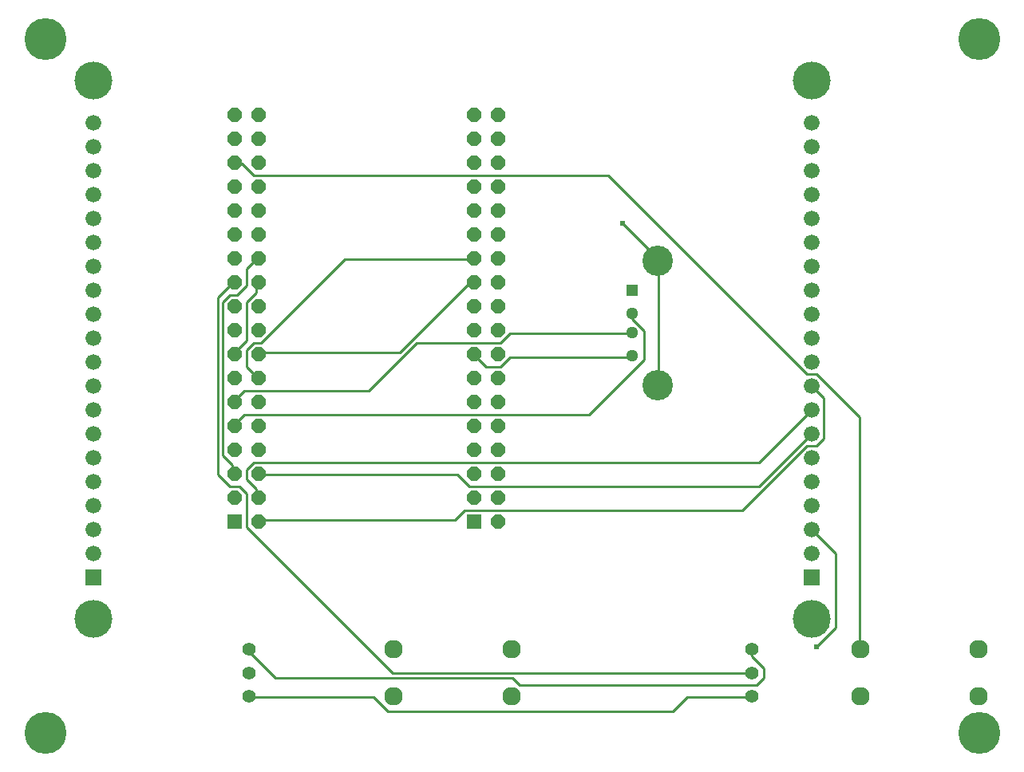
<source format=gbr>
G04 EAGLE Gerber RS-274X export*
G75*
%MOMM*%
%FSLAX34Y34*%
%LPD*%
%INBottom Copper*%
%IPPOS*%
%AMOC8*
5,1,8,0,0,1.08239X$1,22.5*%
G01*
%ADD10R,1.676400X1.676400*%
%ADD11C,1.676400*%
%ADD12C,4.016000*%
%ADD13R,1.288000X1.288000*%
%ADD14C,1.288000*%
%ADD15C,3.220000*%
%ADD16C,4.445000*%
%ADD17C,1.400000*%
%ADD18C,1.960000*%
%ADD19R,1.524000X1.524000*%
%ADD20P,1.649562X8X112.500000*%
%ADD21C,0.254000*%
%ADD22C,0.609600*%


D10*
X88900Y203200D03*
D11*
X88900Y228600D03*
X88900Y254000D03*
X88900Y279400D03*
X88900Y304800D03*
X88900Y330200D03*
X88900Y355600D03*
X88900Y381000D03*
X88900Y406400D03*
X88900Y431800D03*
X88900Y457200D03*
X88900Y482600D03*
X88900Y508000D03*
X88900Y533400D03*
X88900Y558800D03*
X88900Y584200D03*
X88900Y609600D03*
X88900Y635000D03*
X88900Y660400D03*
X88900Y685800D03*
D10*
X850900Y203200D03*
D11*
X850900Y228600D03*
X850900Y254000D03*
X850900Y279400D03*
X850900Y304800D03*
X850900Y330200D03*
X850900Y355600D03*
X850900Y381000D03*
X850900Y406400D03*
X850900Y431800D03*
X850900Y457200D03*
X850900Y482600D03*
X850900Y508000D03*
X850900Y533400D03*
X850900Y558800D03*
X850900Y584200D03*
X850900Y609600D03*
X850900Y635000D03*
X850900Y660400D03*
X850900Y685800D03*
D12*
X850900Y158750D03*
X850900Y730250D03*
X88900Y158750D03*
X88900Y730250D03*
D13*
X660400Y508000D03*
D14*
X660400Y483000D03*
X660400Y463000D03*
X660400Y438000D03*
D15*
X687500Y538700D03*
X687500Y407300D03*
D16*
X1028700Y774700D03*
X1028700Y38100D03*
X38100Y774700D03*
X38100Y38100D03*
D17*
X254000Y76600D03*
X254000Y101600D03*
X254000Y126600D03*
X787400Y76600D03*
X787400Y101600D03*
X787400Y126600D03*
D18*
X532400Y126600D03*
X532400Y76600D03*
X407400Y76600D03*
X407400Y126600D03*
X1027700Y126600D03*
X1027700Y76600D03*
X902700Y76600D03*
X902700Y126600D03*
D19*
X238500Y262300D03*
D20*
X263900Y262300D03*
X238500Y287700D03*
X263900Y287700D03*
X238500Y313100D03*
X263900Y313100D03*
X238500Y338500D03*
X263900Y338500D03*
X238500Y363900D03*
X263900Y363900D03*
X238500Y389300D03*
X263900Y389300D03*
X238500Y414700D03*
X263900Y414700D03*
X238500Y440100D03*
X263900Y440100D03*
X238500Y465500D03*
X263900Y465500D03*
X238500Y490900D03*
X263900Y490900D03*
X238500Y516300D03*
X263900Y516300D03*
X238500Y541700D03*
X263900Y541700D03*
X238500Y567100D03*
X263900Y567100D03*
X238500Y592500D03*
X263900Y592500D03*
X238500Y617900D03*
X263900Y617900D03*
X238500Y643300D03*
X263900Y643300D03*
X238500Y668700D03*
X263900Y668700D03*
X238500Y694100D03*
X263900Y694100D03*
D19*
X492500Y262300D03*
D20*
X517900Y262300D03*
X492500Y287700D03*
X517900Y287700D03*
X492500Y313100D03*
X517900Y313100D03*
X492500Y338500D03*
X517900Y338500D03*
X492500Y363900D03*
X517900Y363900D03*
X492500Y389300D03*
X517900Y389300D03*
X492500Y414700D03*
X517900Y414700D03*
X492500Y440100D03*
X517900Y440100D03*
X492500Y465500D03*
X517900Y465500D03*
X492500Y490900D03*
X517900Y490900D03*
X492500Y516300D03*
X517900Y516300D03*
X492500Y541700D03*
X517900Y541700D03*
X492500Y567100D03*
X517900Y567100D03*
X492500Y592500D03*
X517900Y592500D03*
X492500Y617900D03*
X517900Y617900D03*
X492500Y643300D03*
X517900Y643300D03*
X492500Y668700D03*
X517900Y668700D03*
X492500Y694100D03*
X517900Y694100D03*
D21*
X236220Y322580D02*
X236220Y314960D01*
X236220Y322580D02*
X226060Y332740D01*
X226060Y495300D01*
X233680Y502920D01*
X241300Y502920D01*
X251460Y513080D01*
X251460Y530860D01*
X261620Y541020D01*
X236220Y314960D02*
X238500Y313100D01*
X261620Y541020D02*
X263900Y541700D01*
X855980Y129540D02*
X876300Y149860D01*
X876300Y228600D01*
X850900Y254000D01*
X490220Y541020D02*
X355600Y541020D01*
X266700Y452120D01*
X259080Y452120D01*
X251460Y444500D01*
X251460Y426720D01*
X261620Y416560D01*
X490220Y541020D02*
X492500Y541700D01*
X263900Y414700D02*
X261620Y416560D01*
D22*
X855980Y129540D03*
D21*
X660400Y436880D02*
X530860Y436880D01*
X520700Y426720D01*
X505460Y426720D01*
X492760Y439420D01*
X660400Y438000D02*
X660400Y436880D01*
X492760Y439420D02*
X492500Y440100D01*
X261620Y505460D02*
X261620Y515620D01*
X261620Y505460D02*
X251460Y495300D01*
X251460Y454660D01*
X238760Y441960D01*
X261620Y515620D02*
X263900Y516300D01*
X238760Y441960D02*
X238500Y440100D01*
X264160Y441960D02*
X414020Y441960D01*
X490220Y518160D01*
X264160Y441960D02*
X263900Y440100D01*
X490220Y518160D02*
X492500Y516300D01*
X386080Y76200D02*
X254000Y76200D01*
X386080Y76200D02*
X401320Y60960D01*
X703580Y60960D01*
X718820Y76200D01*
X787400Y76200D01*
X254000Y76200D02*
X254000Y76600D01*
X787400Y76200D02*
X787400Y76600D01*
X688340Y541020D02*
X650240Y579120D01*
X688340Y541020D02*
X687500Y538700D01*
X688340Y538480D02*
X688340Y408940D01*
X687500Y407300D01*
X688340Y538480D02*
X687500Y538700D01*
D22*
X650240Y579120D03*
D21*
X787400Y126600D02*
X787400Y119380D01*
X800100Y106680D01*
X800100Y96520D01*
X792480Y88900D01*
X541020Y88900D01*
X533400Y96520D01*
X281940Y96520D01*
X254000Y124460D01*
X254000Y126600D01*
X264160Y312420D02*
X474980Y312420D01*
X487680Y299720D01*
X795020Y299720D01*
X850900Y355600D01*
X264160Y312420D02*
X263900Y313100D01*
X264160Y264160D02*
X472440Y264160D01*
X482600Y274320D01*
X777240Y274320D01*
X845820Y342900D01*
X855980Y342900D01*
X863600Y350520D01*
X863600Y393700D01*
X850900Y406400D01*
X264160Y264160D02*
X263900Y262300D01*
X660400Y477520D02*
X660400Y483000D01*
X660400Y477520D02*
X673100Y464820D01*
X673100Y434340D01*
X614680Y375920D01*
X248920Y375920D01*
X238760Y365760D01*
X238500Y363900D01*
X530860Y462280D02*
X660400Y462280D01*
X530860Y462280D02*
X520700Y452120D01*
X431800Y452120D01*
X381000Y401320D01*
X248920Y401320D01*
X238760Y391160D01*
X660400Y462280D02*
X660400Y463000D01*
X238760Y391160D02*
X238500Y389300D01*
X238760Y642620D02*
X246380Y642620D01*
X259080Y629920D01*
X635000Y629920D01*
X845820Y419100D01*
X855980Y419100D01*
X901700Y373380D01*
X901700Y127000D01*
X238760Y642620D02*
X238500Y643300D01*
X901700Y127000D02*
X902700Y126600D01*
X261620Y289560D02*
X261620Y297180D01*
X251460Y307340D01*
X251460Y317500D01*
X259080Y325120D01*
X795020Y325120D01*
X850900Y381000D01*
X263900Y287700D02*
X261620Y289560D01*
X406400Y101600D02*
X787400Y101600D01*
X406400Y101600D02*
X251460Y256540D01*
X251460Y292100D01*
X243840Y299720D01*
X233680Y299720D01*
X220980Y312420D01*
X220980Y500380D01*
X236220Y515620D01*
X238500Y516300D01*
M02*

</source>
